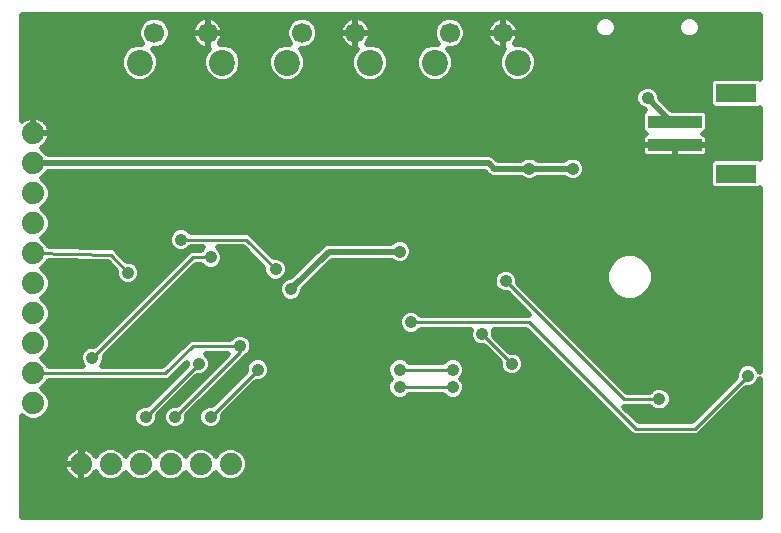
<source format=gbl>
G75*
%MOIN*%
%OFA0B0*%
%FSLAX25Y25*%
%IPPOS*%
%LPD*%
%AMOC8*
5,1,8,0,0,1.08239X$1,22.5*
%
%ADD10C,0.07400*%
%ADD11R,0.18110X0.03937*%
%ADD12R,0.13386X0.06299*%
%ADD13C,0.08661*%
%ADD14C,0.06693*%
%ADD15C,0.02000*%
%ADD16C,0.04165*%
%ADD17C,0.01000*%
D10*
X0024622Y0024622D03*
X0034622Y0024622D03*
X0044622Y0024622D03*
X0054622Y0024622D03*
X0064622Y0024622D03*
X0074622Y0024622D03*
X0008874Y0044858D03*
X0008874Y0054858D03*
X0008874Y0064858D03*
X0008874Y0074858D03*
X0008874Y0084858D03*
X0008874Y0094858D03*
X0008874Y0104858D03*
X0008874Y0114858D03*
X0008874Y0124858D03*
X0008874Y0134858D03*
D11*
X0222654Y0130921D03*
X0222654Y0138795D03*
D12*
X0243126Y0148244D03*
X0243126Y0121472D03*
D13*
X0170291Y0158480D03*
X0142732Y0158480D03*
X0121079Y0158480D03*
X0093520Y0158480D03*
X0071866Y0158480D03*
X0044307Y0158480D03*
D14*
X0049228Y0168323D03*
X0066945Y0168323D03*
X0098441Y0168323D03*
X0116157Y0168323D03*
X0147654Y0168323D03*
X0165370Y0168323D03*
D15*
X0004937Y0040734D02*
X0004937Y0006906D01*
X0251000Y0006906D01*
X0251000Y0052986D01*
X0250524Y0051837D01*
X0249376Y0050688D01*
X0247875Y0050067D01*
X0246516Y0050067D01*
X0231466Y0035017D01*
X0231466Y0035017D01*
X0230763Y0034314D01*
X0229844Y0033933D01*
X0209164Y0033933D01*
X0208245Y0034314D01*
X0207542Y0035017D01*
X0173193Y0069366D01*
X0162304Y0069366D01*
X0162563Y0068741D01*
X0162563Y0067382D01*
X0167776Y0062169D01*
X0169135Y0062169D01*
X0170635Y0061548D01*
X0171784Y0060399D01*
X0172405Y0058899D01*
X0172405Y0057275D01*
X0171784Y0055774D01*
X0170635Y0054625D01*
X0169135Y0054004D01*
X0167511Y0054004D01*
X0166010Y0054625D01*
X0164862Y0055774D01*
X0164240Y0057275D01*
X0164240Y0058634D01*
X0159027Y0063846D01*
X0157668Y0063846D01*
X0156168Y0064468D01*
X0155019Y0065616D01*
X0154398Y0067117D01*
X0154398Y0068741D01*
X0154656Y0069366D01*
X0138132Y0069366D01*
X0137171Y0068405D01*
X0135670Y0067783D01*
X0134046Y0067783D01*
X0132546Y0068405D01*
X0131397Y0069553D01*
X0130776Y0071054D01*
X0130776Y0072678D01*
X0131397Y0074179D01*
X0132546Y0075327D01*
X0134046Y0075949D01*
X0135670Y0075949D01*
X0137171Y0075327D01*
X0138132Y0074366D01*
X0174098Y0074366D01*
X0168172Y0080293D01*
X0166901Y0081563D01*
X0165542Y0081563D01*
X0164042Y0082185D01*
X0162893Y0083333D01*
X0162272Y0084834D01*
X0162272Y0086458D01*
X0162893Y0087958D01*
X0164042Y0089107D01*
X0165542Y0089728D01*
X0167166Y0089728D01*
X0168667Y0089107D01*
X0169815Y0087958D01*
X0170437Y0086458D01*
X0170437Y0085099D01*
X0171707Y0083828D01*
X0206760Y0048776D01*
X0214262Y0048776D01*
X0215223Y0049737D01*
X0216723Y0050358D01*
X0218348Y0050358D01*
X0219848Y0049737D01*
X0220997Y0048588D01*
X0221618Y0047088D01*
X0221618Y0045463D01*
X0220997Y0043963D01*
X0219848Y0042814D01*
X0218348Y0042193D01*
X0216723Y0042193D01*
X0215223Y0042814D01*
X0214262Y0043776D01*
X0205854Y0043776D01*
X0210697Y0038933D01*
X0228311Y0038933D01*
X0242980Y0053602D01*
X0242980Y0054962D01*
X0243602Y0056462D01*
X0244750Y0057611D01*
X0246251Y0058232D01*
X0247875Y0058232D01*
X0249376Y0057611D01*
X0250524Y0056462D01*
X0251000Y0055313D01*
X0251000Y0116676D01*
X0250647Y0116323D01*
X0235605Y0116323D01*
X0234433Y0117494D01*
X0234433Y0125450D01*
X0235605Y0126622D01*
X0250647Y0126622D01*
X0251000Y0126269D01*
X0251000Y0143447D01*
X0250647Y0143094D01*
X0235605Y0143094D01*
X0234433Y0144266D01*
X0234433Y0152222D01*
X0235605Y0153394D01*
X0250647Y0153394D01*
X0251000Y0153041D01*
X0251000Y0174228D01*
X0004937Y0174228D01*
X0004937Y0138982D01*
X0005161Y0139206D01*
X0005887Y0139733D01*
X0006686Y0140141D01*
X0007539Y0140418D01*
X0008425Y0140558D01*
X0008874Y0140558D01*
X0008874Y0134858D01*
X0008874Y0134858D01*
X0014574Y0134858D01*
X0014574Y0134410D01*
X0014434Y0133523D01*
X0014156Y0132670D01*
X0013749Y0131871D01*
X0013222Y0131145D01*
X0012587Y0130511D01*
X0011861Y0129983D01*
X0011653Y0129877D01*
X0012103Y0129690D01*
X0013706Y0128087D01*
X0013801Y0127858D01*
X0161203Y0127858D01*
X0162306Y0127402D01*
X0163660Y0126047D01*
X0171455Y0126047D01*
X0171916Y0126508D01*
X0173416Y0127130D01*
X0175040Y0127130D01*
X0176541Y0126508D01*
X0177002Y0126047D01*
X0185824Y0126047D01*
X0186285Y0126508D01*
X0187786Y0127130D01*
X0189410Y0127130D01*
X0190911Y0126508D01*
X0192059Y0125360D01*
X0192681Y0123859D01*
X0192681Y0122235D01*
X0192059Y0120735D01*
X0190911Y0119586D01*
X0189410Y0118965D01*
X0187786Y0118965D01*
X0186285Y0119586D01*
X0185824Y0120047D01*
X0177002Y0120047D01*
X0176541Y0119586D01*
X0175040Y0118965D01*
X0173416Y0118965D01*
X0171916Y0119586D01*
X0171455Y0120047D01*
X0161821Y0120047D01*
X0160718Y0120504D01*
X0159874Y0121348D01*
X0159364Y0121858D01*
X0013801Y0121858D01*
X0013706Y0121629D01*
X0012103Y0120026D01*
X0011698Y0119858D01*
X0012103Y0119690D01*
X0013706Y0118087D01*
X0014574Y0115992D01*
X0014574Y0113724D01*
X0013706Y0111629D01*
X0012103Y0110026D01*
X0011698Y0109858D01*
X0012103Y0109690D01*
X0013706Y0108087D01*
X0014574Y0105992D01*
X0014574Y0103724D01*
X0013706Y0101629D01*
X0012103Y0100026D01*
X0011698Y0099858D01*
X0012103Y0099690D01*
X0013706Y0098087D01*
X0014041Y0097280D01*
X0034265Y0096971D01*
X0034288Y0096980D01*
X0034762Y0096964D01*
X0035236Y0096957D01*
X0035258Y0096947D01*
X0035282Y0096946D01*
X0035714Y0096750D01*
X0036149Y0096562D01*
X0036166Y0096545D01*
X0036187Y0096535D01*
X0036512Y0096188D01*
X0036842Y0095848D01*
X0036850Y0095826D01*
X0039975Y0092484D01*
X0041182Y0092484D01*
X0042683Y0091863D01*
X0043831Y0090714D01*
X0044453Y0089214D01*
X0044453Y0087589D01*
X0043831Y0086089D01*
X0042683Y0084940D01*
X0041182Y0084319D01*
X0039558Y0084319D01*
X0038057Y0084940D01*
X0036909Y0086089D01*
X0036287Y0087589D01*
X0036287Y0089107D01*
X0033600Y0091981D01*
X0013976Y0092280D01*
X0013706Y0091629D01*
X0012103Y0090026D01*
X0011698Y0089858D01*
X0012103Y0089690D01*
X0013706Y0088087D01*
X0014574Y0085992D01*
X0014574Y0083724D01*
X0013706Y0081629D01*
X0012103Y0080026D01*
X0011698Y0079858D01*
X0012103Y0079690D01*
X0013706Y0078087D01*
X0014574Y0075992D01*
X0014574Y0073724D01*
X0013706Y0071629D01*
X0012103Y0070026D01*
X0011698Y0069858D01*
X0012103Y0069690D01*
X0013706Y0068087D01*
X0014574Y0065992D01*
X0014574Y0063724D01*
X0013706Y0061629D01*
X0012103Y0060026D01*
X0011698Y0059858D01*
X0012103Y0059690D01*
X0013706Y0058087D01*
X0014008Y0057358D01*
X0025482Y0057358D01*
X0025098Y0057742D01*
X0024476Y0059243D01*
X0024476Y0060867D01*
X0025098Y0062368D01*
X0026246Y0063516D01*
X0027747Y0064138D01*
X0029106Y0064138D01*
X0060607Y0095639D01*
X0061526Y0096020D01*
X0064655Y0096020D01*
X0065561Y0096925D01*
X0061360Y0096925D01*
X0060399Y0095964D01*
X0058899Y0095343D01*
X0057275Y0095343D01*
X0055774Y0095964D01*
X0054625Y0097113D01*
X0054004Y0098613D01*
X0054004Y0100237D01*
X0054625Y0101738D01*
X0055774Y0102886D01*
X0057275Y0103508D01*
X0058899Y0103508D01*
X0060399Y0102886D01*
X0061360Y0101925D01*
X0080237Y0101925D01*
X0081156Y0101545D01*
X0081860Y0100841D01*
X0089036Y0093665D01*
X0090395Y0093665D01*
X0091895Y0093044D01*
X0093044Y0091895D01*
X0093665Y0090395D01*
X0093665Y0088771D01*
X0093044Y0087270D01*
X0091895Y0086122D01*
X0090395Y0085500D01*
X0088771Y0085500D01*
X0087270Y0086122D01*
X0086122Y0087270D01*
X0085500Y0088771D01*
X0085500Y0090130D01*
X0078705Y0096925D01*
X0070297Y0096925D01*
X0071390Y0095832D01*
X0072012Y0094332D01*
X0072012Y0092708D01*
X0071390Y0091207D01*
X0070242Y0090059D01*
X0068741Y0089437D01*
X0067117Y0089437D01*
X0065616Y0090059D01*
X0064655Y0091020D01*
X0063059Y0091020D01*
X0032642Y0060602D01*
X0032642Y0059243D01*
X0032020Y0057742D01*
X0031636Y0057358D01*
X0051854Y0057358D01*
X0059904Y0065408D01*
X0060607Y0066112D01*
X0061526Y0066492D01*
X0074498Y0066492D01*
X0075459Y0067453D01*
X0076960Y0068075D01*
X0078584Y0068075D01*
X0080084Y0067453D01*
X0081233Y0066305D01*
X0081854Y0064804D01*
X0081854Y0063180D01*
X0081233Y0061679D01*
X0080084Y0060531D01*
X0079624Y0060340D01*
X0060201Y0040917D01*
X0060201Y0039558D01*
X0059579Y0038057D01*
X0058431Y0036909D01*
X0056930Y0036287D01*
X0055306Y0036287D01*
X0053805Y0036909D01*
X0052657Y0038057D01*
X0052035Y0039558D01*
X0052035Y0041182D01*
X0052657Y0042683D01*
X0053805Y0043831D01*
X0055306Y0044453D01*
X0056665Y0044453D01*
X0073705Y0061492D01*
X0066360Y0061492D01*
X0067453Y0060399D01*
X0068075Y0058899D01*
X0068075Y0057275D01*
X0067453Y0055774D01*
X0066305Y0054625D01*
X0064804Y0054004D01*
X0063445Y0054004D01*
X0050358Y0040917D01*
X0050358Y0039558D01*
X0049737Y0038057D01*
X0048588Y0036909D01*
X0047088Y0036287D01*
X0045463Y0036287D01*
X0043963Y0036909D01*
X0042814Y0038057D01*
X0042193Y0039558D01*
X0042193Y0041182D01*
X0042814Y0042683D01*
X0043963Y0043831D01*
X0045463Y0044453D01*
X0046823Y0044453D01*
X0059909Y0057539D01*
X0059909Y0058342D01*
X0054306Y0052739D01*
X0053387Y0052358D01*
X0014008Y0052358D01*
X0013706Y0051629D01*
X0012103Y0050026D01*
X0011698Y0049858D01*
X0012103Y0049690D01*
X0013706Y0048087D01*
X0014574Y0045992D01*
X0014574Y0043724D01*
X0013706Y0041629D01*
X0012103Y0040026D01*
X0010008Y0039158D01*
X0007740Y0039158D01*
X0005645Y0040026D01*
X0004937Y0040734D01*
X0004937Y0038972D02*
X0042436Y0038972D01*
X0042193Y0040970D02*
X0013047Y0040970D01*
X0014261Y0042969D02*
X0043100Y0042969D01*
X0047337Y0044967D02*
X0014574Y0044967D01*
X0014171Y0046966D02*
X0049336Y0046966D01*
X0051334Y0048964D02*
X0012829Y0048964D01*
X0013040Y0050963D02*
X0053333Y0050963D01*
X0054528Y0052961D02*
X0055331Y0052961D01*
X0056527Y0054960D02*
X0057330Y0054960D01*
X0058525Y0056958D02*
X0059328Y0056958D01*
X0062402Y0052961D02*
X0065174Y0052961D01*
X0066639Y0054960D02*
X0067172Y0054960D01*
X0067944Y0056958D02*
X0069171Y0056958D01*
X0068051Y0058957D02*
X0071169Y0058957D01*
X0073168Y0060955D02*
X0066897Y0060955D01*
X0059448Y0064952D02*
X0036992Y0064952D01*
X0034993Y0062954D02*
X0057450Y0062954D01*
X0055451Y0060955D02*
X0032995Y0060955D01*
X0032523Y0058957D02*
X0053453Y0058957D01*
X0060404Y0050963D02*
X0063175Y0050963D01*
X0061177Y0048964D02*
X0058405Y0048964D01*
X0059178Y0046966D02*
X0056407Y0046966D01*
X0057180Y0044967D02*
X0054408Y0044967D01*
X0052943Y0042969D02*
X0052410Y0042969D01*
X0052035Y0040970D02*
X0050411Y0040970D01*
X0050115Y0038972D02*
X0052278Y0038972D01*
X0053741Y0036973D02*
X0048652Y0036973D01*
X0043899Y0036973D02*
X0004937Y0036973D01*
X0004937Y0034975D02*
X0207584Y0034975D01*
X0205586Y0036973D02*
X0070306Y0036973D01*
X0070242Y0036909D02*
X0071390Y0038057D01*
X0072012Y0039558D01*
X0072012Y0040917D01*
X0083130Y0052035D01*
X0084489Y0052035D01*
X0085990Y0052657D01*
X0087138Y0053805D01*
X0087760Y0055306D01*
X0087760Y0056930D01*
X0087138Y0058431D01*
X0085990Y0059579D01*
X0084489Y0060201D01*
X0082865Y0060201D01*
X0081365Y0059579D01*
X0080216Y0058431D01*
X0079594Y0056930D01*
X0079594Y0055571D01*
X0068476Y0044453D01*
X0067117Y0044453D01*
X0065616Y0043831D01*
X0064468Y0042683D01*
X0063846Y0041182D01*
X0063846Y0039558D01*
X0064468Y0038057D01*
X0065616Y0036909D01*
X0067117Y0036287D01*
X0068741Y0036287D01*
X0070242Y0036909D01*
X0071769Y0038972D02*
X0203587Y0038972D01*
X0201589Y0040970D02*
X0072065Y0040970D01*
X0074063Y0042969D02*
X0199590Y0042969D01*
X0197592Y0044967D02*
X0076062Y0044967D01*
X0078060Y0046966D02*
X0128394Y0046966D01*
X0128609Y0046751D02*
X0130109Y0046130D01*
X0131733Y0046130D01*
X0133234Y0046751D01*
X0134195Y0047713D01*
X0145364Y0047713D01*
X0146325Y0046751D01*
X0147826Y0046130D01*
X0149450Y0046130D01*
X0150950Y0046751D01*
X0152099Y0047900D01*
X0152720Y0049400D01*
X0152720Y0051025D01*
X0152099Y0052525D01*
X0151459Y0053165D01*
X0152099Y0053805D01*
X0152720Y0055306D01*
X0152720Y0056930D01*
X0152099Y0058431D01*
X0150950Y0059579D01*
X0149450Y0060201D01*
X0147826Y0060201D01*
X0146325Y0059579D01*
X0145364Y0058618D01*
X0134195Y0058618D01*
X0133234Y0059579D01*
X0131733Y0060201D01*
X0130109Y0060201D01*
X0128609Y0059579D01*
X0127460Y0058431D01*
X0126839Y0056930D01*
X0126839Y0055306D01*
X0127460Y0053805D01*
X0128100Y0053165D01*
X0127460Y0052525D01*
X0126839Y0051025D01*
X0126839Y0049400D01*
X0127460Y0047900D01*
X0128609Y0046751D01*
X0127019Y0048964D02*
X0080059Y0048964D01*
X0082057Y0050963D02*
X0126839Y0050963D01*
X0127896Y0052961D02*
X0086294Y0052961D01*
X0087616Y0054960D02*
X0126982Y0054960D01*
X0126850Y0056958D02*
X0087748Y0056958D01*
X0086612Y0058957D02*
X0127986Y0058957D01*
X0133856Y0058957D02*
X0145703Y0058957D01*
X0151573Y0058957D02*
X0163917Y0058957D01*
X0164371Y0056958D02*
X0152709Y0056958D01*
X0152577Y0054960D02*
X0165676Y0054960D01*
X0170970Y0054960D02*
X0187599Y0054960D01*
X0185601Y0056958D02*
X0172275Y0056958D01*
X0172381Y0058957D02*
X0183602Y0058957D01*
X0181604Y0060955D02*
X0171228Y0060955D01*
X0166991Y0062954D02*
X0179605Y0062954D01*
X0177607Y0064952D02*
X0164993Y0064952D01*
X0162994Y0066951D02*
X0175608Y0066951D01*
X0173610Y0068949D02*
X0162477Y0068949D01*
X0155683Y0064952D02*
X0081793Y0064952D01*
X0081761Y0062954D02*
X0159920Y0062954D01*
X0161919Y0060955D02*
X0080509Y0060955D01*
X0080742Y0058957D02*
X0078240Y0058957D01*
X0079606Y0056958D02*
X0076242Y0056958D01*
X0074243Y0054960D02*
X0078983Y0054960D01*
X0076985Y0052961D02*
X0072245Y0052961D01*
X0070246Y0050963D02*
X0074986Y0050963D01*
X0072988Y0048964D02*
X0068248Y0048964D01*
X0066249Y0046966D02*
X0070989Y0046966D01*
X0068991Y0044967D02*
X0064251Y0044967D01*
X0064754Y0042969D02*
X0062252Y0042969D01*
X0063846Y0040970D02*
X0060254Y0040970D01*
X0059958Y0038972D02*
X0064089Y0038972D01*
X0065552Y0036973D02*
X0058495Y0036973D01*
X0055756Y0030322D02*
X0053488Y0030322D01*
X0051393Y0029454D01*
X0049790Y0027851D01*
X0049622Y0027446D01*
X0049454Y0027851D01*
X0047851Y0029454D01*
X0045756Y0030322D01*
X0043488Y0030322D01*
X0041393Y0029454D01*
X0039790Y0027851D01*
X0039622Y0027446D01*
X0039454Y0027851D01*
X0037851Y0029454D01*
X0035756Y0030322D01*
X0033488Y0030322D01*
X0031393Y0029454D01*
X0029790Y0027851D01*
X0029603Y0027401D01*
X0029497Y0027609D01*
X0028970Y0028335D01*
X0028335Y0028970D01*
X0027609Y0029497D01*
X0026810Y0029904D01*
X0025957Y0030182D01*
X0025071Y0030322D01*
X0024622Y0030322D01*
X0024173Y0030322D01*
X0023287Y0030182D01*
X0022434Y0029904D01*
X0021635Y0029497D01*
X0020909Y0028970D01*
X0020274Y0028335D01*
X0019747Y0027609D01*
X0019340Y0026810D01*
X0019062Y0025957D01*
X0018922Y0025071D01*
X0018922Y0024622D01*
X0018922Y0024173D01*
X0019062Y0023287D01*
X0019340Y0022434D01*
X0019747Y0021635D01*
X0020274Y0020909D01*
X0020909Y0020274D01*
X0021635Y0019747D01*
X0022434Y0019340D01*
X0023287Y0019062D01*
X0024173Y0018922D01*
X0024622Y0018922D01*
X0024622Y0024622D01*
X0024622Y0028559D01*
X0030528Y0034465D01*
X0083677Y0034465D01*
X0078326Y0028979D02*
X0251000Y0028979D01*
X0251000Y0026981D02*
X0079815Y0026981D01*
X0079454Y0027851D02*
X0077851Y0029454D01*
X0075756Y0030322D01*
X0073488Y0030322D01*
X0071393Y0029454D01*
X0069790Y0027851D01*
X0069622Y0027446D01*
X0069454Y0027851D01*
X0067851Y0029454D01*
X0065756Y0030322D01*
X0063488Y0030322D01*
X0061393Y0029454D01*
X0059790Y0027851D01*
X0059622Y0027446D01*
X0059454Y0027851D01*
X0057851Y0029454D01*
X0055756Y0030322D01*
X0058326Y0028979D02*
X0060918Y0028979D01*
X0068326Y0028979D02*
X0070918Y0028979D01*
X0079454Y0027851D02*
X0080322Y0025756D01*
X0080322Y0023488D01*
X0079454Y0021393D01*
X0077851Y0019790D01*
X0075756Y0018922D01*
X0073488Y0018922D01*
X0071393Y0019790D01*
X0069790Y0021393D01*
X0069622Y0021798D01*
X0069454Y0021393D01*
X0067851Y0019790D01*
X0065756Y0018922D01*
X0063488Y0018922D01*
X0061393Y0019790D01*
X0059790Y0021393D01*
X0059622Y0021798D01*
X0059454Y0021393D01*
X0057851Y0019790D01*
X0055756Y0018922D01*
X0053488Y0018922D01*
X0051393Y0019790D01*
X0049790Y0021393D01*
X0049622Y0021798D01*
X0049454Y0021393D01*
X0047851Y0019790D01*
X0045756Y0018922D01*
X0043488Y0018922D01*
X0041393Y0019790D01*
X0039790Y0021393D01*
X0039622Y0021798D01*
X0039454Y0021393D01*
X0037851Y0019790D01*
X0035756Y0018922D01*
X0033488Y0018922D01*
X0031393Y0019790D01*
X0029790Y0021393D01*
X0029603Y0021843D01*
X0029497Y0021635D01*
X0028970Y0020909D01*
X0028335Y0020274D01*
X0027609Y0019747D01*
X0026810Y0019340D01*
X0025957Y0019062D01*
X0025071Y0018922D01*
X0024622Y0018922D01*
X0024622Y0024622D01*
X0018922Y0024622D01*
X0024622Y0024622D01*
X0024622Y0024622D01*
X0024622Y0024622D01*
X0024622Y0030322D01*
X0024622Y0024622D01*
X0024622Y0024622D01*
X0024622Y0024982D02*
X0024622Y0024982D01*
X0024622Y0022984D02*
X0024622Y0022984D01*
X0024622Y0020985D02*
X0024622Y0020985D01*
X0024622Y0018987D02*
X0024622Y0018987D01*
X0023766Y0018987D02*
X0004937Y0018987D01*
X0004937Y0020985D02*
X0020219Y0020985D01*
X0019161Y0022984D02*
X0004937Y0022984D01*
X0004937Y0024982D02*
X0018922Y0024982D01*
X0019427Y0026981D02*
X0004937Y0026981D01*
X0004937Y0028979D02*
X0020922Y0028979D01*
X0024622Y0028979D02*
X0024622Y0028979D01*
X0024622Y0026981D02*
X0024622Y0026981D01*
X0028322Y0028979D02*
X0030918Y0028979D01*
X0038326Y0028979D02*
X0040918Y0028979D01*
X0048326Y0028979D02*
X0050918Y0028979D01*
X0050198Y0020985D02*
X0049046Y0020985D01*
X0045912Y0018987D02*
X0053332Y0018987D01*
X0055912Y0018987D02*
X0063332Y0018987D01*
X0065912Y0018987D02*
X0073332Y0018987D01*
X0075912Y0018987D02*
X0251000Y0018987D01*
X0251000Y0020985D02*
X0079046Y0020985D01*
X0080113Y0022984D02*
X0251000Y0022984D01*
X0251000Y0024982D02*
X0080322Y0024982D01*
X0070198Y0020985D02*
X0069046Y0020985D01*
X0060198Y0020985D02*
X0059046Y0020985D01*
X0043332Y0018987D02*
X0035912Y0018987D01*
X0033332Y0018987D02*
X0025478Y0018987D01*
X0029025Y0020985D02*
X0030198Y0020985D01*
X0039046Y0020985D02*
X0040198Y0020985D01*
X0004937Y0016988D02*
X0251000Y0016988D01*
X0251000Y0014990D02*
X0004937Y0014990D01*
X0004937Y0012991D02*
X0251000Y0012991D01*
X0251000Y0010993D02*
X0004937Y0010993D01*
X0004937Y0008994D02*
X0251000Y0008994D01*
X0251000Y0006996D02*
X0004937Y0006996D01*
X0004937Y0030978D02*
X0251000Y0030978D01*
X0251000Y0032976D02*
X0004937Y0032976D01*
X0012836Y0058957D02*
X0024595Y0058957D01*
X0024513Y0060955D02*
X0013032Y0060955D01*
X0014255Y0062954D02*
X0025684Y0062954D01*
X0029921Y0064952D02*
X0014574Y0064952D01*
X0014177Y0066951D02*
X0031919Y0066951D01*
X0033918Y0068949D02*
X0012844Y0068949D01*
X0013025Y0070948D02*
X0035916Y0070948D01*
X0037915Y0072946D02*
X0014252Y0072946D01*
X0014574Y0074945D02*
X0039913Y0074945D01*
X0041912Y0076943D02*
X0014180Y0076943D01*
X0012851Y0078942D02*
X0043910Y0078942D01*
X0045909Y0080940D02*
X0013017Y0080940D01*
X0014249Y0082939D02*
X0047907Y0082939D01*
X0049906Y0084937D02*
X0042676Y0084937D01*
X0044182Y0086936D02*
X0051904Y0086936D01*
X0053903Y0088934D02*
X0044453Y0088934D01*
X0043612Y0090933D02*
X0055901Y0090933D01*
X0057900Y0092932D02*
X0039557Y0092932D01*
X0037688Y0094930D02*
X0059898Y0094930D01*
X0062972Y0090933D02*
X0064742Y0090933D01*
X0060974Y0088934D02*
X0085500Y0088934D01*
X0084697Y0090933D02*
X0071116Y0090933D01*
X0072012Y0092932D02*
X0082698Y0092932D01*
X0080700Y0094930D02*
X0071764Y0094930D01*
X0081775Y0100926D02*
X0251000Y0100926D01*
X0251000Y0102924D02*
X0060308Y0102924D01*
X0055865Y0102924D02*
X0014242Y0102924D01*
X0014574Y0104923D02*
X0251000Y0104923D01*
X0251000Y0106921D02*
X0014189Y0106921D01*
X0012874Y0108920D02*
X0251000Y0108920D01*
X0251000Y0110918D02*
X0012995Y0110918D01*
X0014239Y0112917D02*
X0251000Y0112917D01*
X0251000Y0114915D02*
X0014574Y0114915D01*
X0014192Y0116914D02*
X0235014Y0116914D01*
X0234433Y0118912D02*
X0012881Y0118912D01*
X0012987Y0120911D02*
X0160311Y0120911D01*
X0162417Y0123047D02*
X0174228Y0123047D01*
X0188598Y0123047D01*
X0192681Y0122909D02*
X0234433Y0122909D01*
X0234433Y0120911D02*
X0192132Y0120911D01*
X0192246Y0124908D02*
X0234433Y0124908D01*
X0232937Y0127352D02*
X0233309Y0127725D01*
X0233572Y0128181D01*
X0233709Y0128689D01*
X0233709Y0130921D01*
X0222654Y0130921D01*
X0222654Y0130921D01*
X0222654Y0126953D01*
X0231972Y0126953D01*
X0232481Y0127089D01*
X0232937Y0127352D01*
X0233709Y0128905D02*
X0251000Y0128905D01*
X0251000Y0130903D02*
X0233709Y0130903D01*
X0233709Y0130921D02*
X0233709Y0133153D01*
X0233572Y0133662D01*
X0233309Y0134118D01*
X0232937Y0134490D01*
X0232481Y0134753D01*
X0232207Y0134827D01*
X0232537Y0134827D01*
X0233709Y0135998D01*
X0233709Y0141592D01*
X0232537Y0142764D01*
X0221747Y0142764D01*
X0217681Y0146829D01*
X0217681Y0147481D01*
X0217060Y0148982D01*
X0215911Y0150130D01*
X0214411Y0150752D01*
X0212786Y0150752D01*
X0211286Y0150130D01*
X0210137Y0148982D01*
X0209516Y0147481D01*
X0209516Y0145857D01*
X0210137Y0144357D01*
X0211286Y0143208D01*
X0212650Y0142643D01*
X0211598Y0141592D01*
X0211598Y0135998D01*
X0212770Y0134827D01*
X0213100Y0134827D01*
X0212826Y0134753D01*
X0212370Y0134490D01*
X0211998Y0134118D01*
X0211735Y0133662D01*
X0211598Y0133153D01*
X0211598Y0130921D01*
X0211598Y0128689D01*
X0211735Y0128181D01*
X0211998Y0127725D01*
X0212370Y0127352D01*
X0212826Y0127089D01*
X0213335Y0126953D01*
X0222653Y0126953D01*
X0222653Y0130921D01*
X0211598Y0130921D01*
X0222653Y0130921D01*
X0222653Y0130921D01*
X0222654Y0130921D01*
X0233709Y0130921D01*
X0233709Y0132902D02*
X0251000Y0132902D01*
X0251000Y0134900D02*
X0232611Y0134900D01*
X0233709Y0136899D02*
X0251000Y0136899D01*
X0251000Y0138897D02*
X0233709Y0138897D01*
X0233709Y0140896D02*
X0251000Y0140896D01*
X0251000Y0142894D02*
X0221616Y0142894D01*
X0219618Y0144893D02*
X0234433Y0144893D01*
X0234433Y0146891D02*
X0217681Y0146891D01*
X0217098Y0148890D02*
X0234433Y0148890D01*
X0234433Y0150888D02*
X0004937Y0150888D01*
X0004937Y0148890D02*
X0210099Y0148890D01*
X0209516Y0146891D02*
X0004937Y0146891D01*
X0004937Y0144893D02*
X0209915Y0144893D01*
X0212043Y0142894D02*
X0004937Y0142894D01*
X0004937Y0140896D02*
X0211598Y0140896D01*
X0211598Y0138897D02*
X0012896Y0138897D01*
X0012587Y0139206D02*
X0013222Y0138572D01*
X0013749Y0137846D01*
X0014156Y0137046D01*
X0014434Y0136193D01*
X0014574Y0135307D01*
X0014574Y0134858D01*
X0008874Y0134858D01*
X0008874Y0140558D01*
X0009323Y0140558D01*
X0010209Y0140418D01*
X0011062Y0140141D01*
X0011861Y0139733D01*
X0012587Y0139206D01*
X0014204Y0136899D02*
X0211598Y0136899D01*
X0212697Y0134900D02*
X0014574Y0134900D01*
X0014232Y0132902D02*
X0211598Y0132902D01*
X0211598Y0130903D02*
X0012980Y0130903D01*
X0012889Y0128905D02*
X0211598Y0128905D01*
X0207693Y0130921D02*
X0222654Y0130921D01*
X0222653Y0130903D02*
X0222654Y0130903D01*
X0222653Y0128905D02*
X0222654Y0128905D01*
X0222654Y0138795D02*
X0221472Y0138795D01*
X0213598Y0146669D01*
X0235098Y0152887D02*
X0173330Y0152887D01*
X0173877Y0153113D02*
X0175658Y0154894D01*
X0176622Y0157221D01*
X0176622Y0159740D01*
X0175658Y0162066D01*
X0173877Y0163847D01*
X0171551Y0164811D01*
X0169419Y0164811D01*
X0169448Y0164840D01*
X0169943Y0165521D01*
X0170325Y0166270D01*
X0170585Y0167071D01*
X0170717Y0167902D01*
X0170717Y0168323D01*
X0170717Y0168744D01*
X0170585Y0169575D01*
X0170325Y0170375D01*
X0169943Y0171125D01*
X0169448Y0171806D01*
X0168853Y0172401D01*
X0168172Y0172896D01*
X0167422Y0173278D01*
X0166622Y0173538D01*
X0165791Y0173669D01*
X0165370Y0173669D01*
X0164949Y0173669D01*
X0164118Y0173538D01*
X0163318Y0173278D01*
X0162568Y0172896D01*
X0161887Y0172401D01*
X0161292Y0171806D01*
X0160797Y0171125D01*
X0160415Y0170375D01*
X0160155Y0169575D01*
X0160024Y0168744D01*
X0160024Y0168323D01*
X0165370Y0168323D01*
X0165370Y0173669D01*
X0165370Y0168323D01*
X0165370Y0168323D01*
X0165370Y0168323D01*
X0170717Y0168323D01*
X0165370Y0168323D01*
X0165370Y0168323D01*
X0160024Y0168323D01*
X0160024Y0167902D01*
X0160155Y0167071D01*
X0160415Y0166270D01*
X0160797Y0165521D01*
X0161292Y0164840D01*
X0161887Y0164245D01*
X0162568Y0163750D01*
X0163318Y0163368D01*
X0164118Y0163108D01*
X0164949Y0162976D01*
X0165370Y0162976D01*
X0165370Y0168323D01*
X0165370Y0168323D01*
X0165370Y0162976D01*
X0165791Y0162976D01*
X0165843Y0162985D01*
X0164924Y0162066D01*
X0163961Y0159740D01*
X0163961Y0157221D01*
X0164924Y0154894D01*
X0166705Y0153113D01*
X0169032Y0152150D01*
X0171551Y0152150D01*
X0173877Y0153113D01*
X0175649Y0154885D02*
X0251000Y0154885D01*
X0251000Y0156884D02*
X0176482Y0156884D01*
X0176622Y0158882D02*
X0251000Y0158882D01*
X0251000Y0160881D02*
X0176149Y0160881D01*
X0174845Y0162879D02*
X0251000Y0162879D01*
X0251000Y0164878D02*
X0169476Y0164878D01*
X0170522Y0166876D02*
X0198011Y0166876D01*
X0197486Y0167094D02*
X0198872Y0166520D01*
X0200372Y0166520D01*
X0201759Y0167094D01*
X0202819Y0168155D01*
X0203394Y0169541D01*
X0203394Y0171042D01*
X0202819Y0172428D01*
X0201759Y0173489D01*
X0200372Y0174063D01*
X0198872Y0174063D01*
X0197486Y0173489D01*
X0196425Y0172428D01*
X0195850Y0171042D01*
X0195850Y0169541D01*
X0196425Y0168155D01*
X0197486Y0167094D01*
X0196126Y0168875D02*
X0170696Y0168875D01*
X0170071Y0170873D02*
X0195850Y0170873D01*
X0196869Y0172872D02*
X0168205Y0172872D01*
X0165370Y0172872D02*
X0165370Y0172872D01*
X0165370Y0170873D02*
X0165370Y0170873D01*
X0165370Y0168875D02*
X0165370Y0168875D01*
X0165370Y0166876D02*
X0165370Y0166876D01*
X0165370Y0164878D02*
X0165370Y0164878D01*
X0165737Y0162879D02*
X0147286Y0162879D01*
X0147189Y0162976D02*
X0148717Y0162976D01*
X0150682Y0163790D01*
X0152186Y0165294D01*
X0153000Y0167259D01*
X0153000Y0169386D01*
X0152186Y0171351D01*
X0150682Y0172855D01*
X0148717Y0173669D01*
X0146590Y0173669D01*
X0144625Y0172855D01*
X0143121Y0171351D01*
X0142307Y0169386D01*
X0142307Y0167259D01*
X0143121Y0165294D01*
X0143604Y0164811D01*
X0141473Y0164811D01*
X0139146Y0163847D01*
X0137365Y0162066D01*
X0136402Y0159740D01*
X0136402Y0157221D01*
X0137365Y0154894D01*
X0139146Y0153113D01*
X0141473Y0152150D01*
X0143992Y0152150D01*
X0146318Y0153113D01*
X0148099Y0154894D01*
X0149063Y0157221D01*
X0149063Y0159740D01*
X0148099Y0162066D01*
X0147189Y0162976D01*
X0148590Y0160881D02*
X0164433Y0160881D01*
X0163961Y0158882D02*
X0149063Y0158882D01*
X0148923Y0156884D02*
X0164100Y0156884D01*
X0164933Y0154885D02*
X0148090Y0154885D01*
X0145771Y0152887D02*
X0167252Y0152887D01*
X0161264Y0164878D02*
X0151770Y0164878D01*
X0152841Y0166876D02*
X0160218Y0166876D01*
X0160044Y0168875D02*
X0153000Y0168875D01*
X0152384Y0170873D02*
X0160669Y0170873D01*
X0162536Y0172872D02*
X0150642Y0172872D01*
X0144665Y0172872D02*
X0118992Y0172872D01*
X0118960Y0172896D02*
X0118210Y0173278D01*
X0117409Y0173538D01*
X0116578Y0173669D01*
X0116158Y0173669D01*
X0116158Y0168323D01*
X0121504Y0168323D01*
X0121504Y0168744D01*
X0121372Y0169575D01*
X0121112Y0170375D01*
X0120730Y0171125D01*
X0120236Y0171806D01*
X0119640Y0172401D01*
X0118960Y0172896D01*
X0120858Y0170873D02*
X0142923Y0170873D01*
X0142307Y0168875D02*
X0121483Y0168875D01*
X0121504Y0168323D02*
X0116158Y0168323D01*
X0116158Y0168323D01*
X0116157Y0168323D01*
X0116157Y0168323D01*
X0110811Y0168323D01*
X0110811Y0168744D01*
X0110943Y0169575D01*
X0111203Y0170375D01*
X0111585Y0171125D01*
X0112079Y0171806D01*
X0112674Y0172401D01*
X0113355Y0172896D01*
X0114105Y0173278D01*
X0114906Y0173538D01*
X0115737Y0173669D01*
X0116157Y0173669D01*
X0116157Y0168323D01*
X0110811Y0168323D01*
X0110811Y0167902D01*
X0110943Y0167071D01*
X0111203Y0166270D01*
X0111585Y0165521D01*
X0112079Y0164840D01*
X0112674Y0164245D01*
X0113355Y0163750D01*
X0114105Y0163368D01*
X0114906Y0163108D01*
X0115737Y0162976D01*
X0116157Y0162976D01*
X0116157Y0168323D01*
X0116158Y0168323D01*
X0116157Y0168323D02*
X0116157Y0167339D01*
X0116157Y0166876D02*
X0116158Y0166876D01*
X0116158Y0168323D02*
X0116158Y0162976D01*
X0116578Y0162976D01*
X0116630Y0162985D01*
X0115712Y0162066D01*
X0114748Y0159740D01*
X0114748Y0157221D01*
X0115712Y0154894D01*
X0117493Y0153113D01*
X0119819Y0152150D01*
X0122338Y0152150D01*
X0124665Y0153113D01*
X0126446Y0154894D01*
X0127409Y0157221D01*
X0127409Y0159740D01*
X0126446Y0162066D01*
X0124665Y0163847D01*
X0122338Y0164811D01*
X0120207Y0164811D01*
X0120236Y0164840D01*
X0120730Y0165521D01*
X0121112Y0166270D01*
X0121372Y0167071D01*
X0121504Y0167902D01*
X0121504Y0168323D01*
X0121309Y0166876D02*
X0142466Y0166876D01*
X0143537Y0164878D02*
X0120263Y0164878D01*
X0116158Y0164878D02*
X0116157Y0164878D01*
X0116525Y0162879D02*
X0098074Y0162879D01*
X0097977Y0162976D02*
X0099504Y0162976D01*
X0101469Y0163790D01*
X0102973Y0165294D01*
X0103787Y0167259D01*
X0103787Y0169386D01*
X0102973Y0171351D01*
X0101469Y0172855D01*
X0099504Y0173669D01*
X0097377Y0173669D01*
X0095412Y0172855D01*
X0093908Y0171351D01*
X0093094Y0169386D01*
X0093094Y0167259D01*
X0093908Y0165294D01*
X0094392Y0164811D01*
X0092260Y0164811D01*
X0089934Y0163847D01*
X0088153Y0162066D01*
X0087189Y0159740D01*
X0087189Y0157221D01*
X0088153Y0154894D01*
X0089934Y0153113D01*
X0092260Y0152150D01*
X0094779Y0152150D01*
X0097106Y0153113D01*
X0098887Y0154894D01*
X0099850Y0157221D01*
X0099850Y0159740D01*
X0098887Y0162066D01*
X0097977Y0162976D01*
X0099378Y0160881D02*
X0115221Y0160881D01*
X0114748Y0158882D02*
X0099850Y0158882D01*
X0099711Y0156884D02*
X0114888Y0156884D01*
X0115721Y0154885D02*
X0098878Y0154885D01*
X0096559Y0152887D02*
X0118040Y0152887D01*
X0124118Y0152887D02*
X0139693Y0152887D01*
X0137374Y0154885D02*
X0126437Y0154885D01*
X0127270Y0156884D02*
X0136541Y0156884D01*
X0136402Y0158882D02*
X0127409Y0158882D01*
X0126937Y0160881D02*
X0136874Y0160881D01*
X0138178Y0162879D02*
X0125633Y0162879D01*
X0116158Y0168875D02*
X0116157Y0168875D01*
X0116157Y0170873D02*
X0116158Y0170873D01*
X0116157Y0172872D02*
X0116158Y0172872D01*
X0113323Y0172872D02*
X0101429Y0172872D01*
X0103171Y0170873D02*
X0111457Y0170873D01*
X0110832Y0168875D02*
X0103787Y0168875D01*
X0103629Y0166876D02*
X0111006Y0166876D01*
X0112052Y0164878D02*
X0102557Y0164878D01*
X0109268Y0160449D02*
X0109268Y0140764D01*
X0099425Y0130921D01*
X0099425Y0132890D01*
X0083677Y0148638D01*
X0090481Y0152887D02*
X0074905Y0152887D01*
X0075452Y0153113D02*
X0077233Y0154894D01*
X0078197Y0157221D01*
X0078197Y0159740D01*
X0077233Y0162066D01*
X0075452Y0163847D01*
X0073125Y0164811D01*
X0070994Y0164811D01*
X0071023Y0164840D01*
X0071518Y0165521D01*
X0071900Y0166270D01*
X0072160Y0167071D01*
X0072291Y0167902D01*
X0072291Y0168323D01*
X0072291Y0168744D01*
X0072160Y0169575D01*
X0071900Y0170375D01*
X0071518Y0171125D01*
X0071023Y0171806D01*
X0070428Y0172401D01*
X0069747Y0172896D01*
X0068997Y0173278D01*
X0068197Y0173538D01*
X0067366Y0173669D01*
X0066945Y0173669D01*
X0066945Y0168323D01*
X0066945Y0168323D01*
X0072291Y0168323D01*
X0066945Y0168323D01*
X0066945Y0168323D01*
X0066945Y0173669D01*
X0066524Y0173669D01*
X0065693Y0173538D01*
X0064893Y0173278D01*
X0064143Y0172896D01*
X0063462Y0172401D01*
X0062867Y0171806D01*
X0062372Y0171125D01*
X0061990Y0170375D01*
X0061730Y0169575D01*
X0061598Y0168744D01*
X0061598Y0168323D01*
X0066945Y0168323D01*
X0066945Y0168323D01*
X0066945Y0162976D01*
X0067366Y0162976D01*
X0067417Y0162985D01*
X0066499Y0162066D01*
X0065535Y0159740D01*
X0065535Y0157221D01*
X0066499Y0154894D01*
X0068280Y0153113D01*
X0070607Y0152150D01*
X0073125Y0152150D01*
X0075452Y0153113D01*
X0077224Y0154885D02*
X0088162Y0154885D01*
X0087329Y0156884D02*
X0078057Y0156884D01*
X0078197Y0158882D02*
X0087189Y0158882D01*
X0087662Y0160881D02*
X0077724Y0160881D01*
X0076420Y0162879D02*
X0088966Y0162879D01*
X0094325Y0164878D02*
X0071051Y0164878D01*
X0072097Y0166876D02*
X0093253Y0166876D01*
X0093094Y0168875D02*
X0072271Y0168875D01*
X0071646Y0170873D02*
X0093710Y0170873D01*
X0095453Y0172872D02*
X0069779Y0172872D01*
X0066945Y0172872D02*
X0066945Y0172872D01*
X0066945Y0170873D02*
X0066945Y0170873D01*
X0066945Y0168875D02*
X0066945Y0168875D01*
X0066945Y0168323D02*
X0061598Y0168323D01*
X0061598Y0167902D01*
X0061730Y0167071D01*
X0061990Y0166270D01*
X0062372Y0165521D01*
X0062867Y0164840D01*
X0063462Y0164245D01*
X0064143Y0163750D01*
X0064893Y0163368D01*
X0065693Y0163108D01*
X0066524Y0162976D01*
X0066945Y0162976D01*
X0066945Y0168323D01*
X0066945Y0168323D01*
X0066945Y0166876D02*
X0066945Y0166876D01*
X0066945Y0164878D02*
X0066945Y0164878D01*
X0067312Y0162879D02*
X0048861Y0162879D01*
X0048764Y0162976D02*
X0050292Y0162976D01*
X0052257Y0163790D01*
X0053761Y0165294D01*
X0054575Y0167259D01*
X0054575Y0169386D01*
X0053761Y0171351D01*
X0052257Y0172855D01*
X0050292Y0173669D01*
X0048165Y0173669D01*
X0046200Y0172855D01*
X0044696Y0171351D01*
X0043882Y0169386D01*
X0043882Y0167259D01*
X0044696Y0165294D01*
X0045179Y0164811D01*
X0043048Y0164811D01*
X0040721Y0163847D01*
X0038940Y0162066D01*
X0037976Y0159740D01*
X0037976Y0157221D01*
X0038940Y0154894D01*
X0040721Y0153113D01*
X0043048Y0152150D01*
X0045566Y0152150D01*
X0047893Y0153113D01*
X0049674Y0154894D01*
X0050638Y0157221D01*
X0050638Y0159740D01*
X0049674Y0162066D01*
X0048764Y0162976D01*
X0050165Y0160881D02*
X0066008Y0160881D01*
X0065535Y0158882D02*
X0050638Y0158882D01*
X0050498Y0156884D02*
X0065675Y0156884D01*
X0066508Y0154885D02*
X0049665Y0154885D01*
X0047346Y0152887D02*
X0068827Y0152887D01*
X0062839Y0164878D02*
X0053344Y0164878D01*
X0054416Y0166876D02*
X0061793Y0166876D01*
X0061619Y0168875D02*
X0054575Y0168875D01*
X0053959Y0170873D02*
X0062244Y0170873D01*
X0064110Y0172872D02*
X0052217Y0172872D01*
X0046240Y0172872D02*
X0004937Y0172872D01*
X0004937Y0170873D02*
X0044498Y0170873D01*
X0043882Y0168875D02*
X0004937Y0168875D01*
X0004937Y0166876D02*
X0044040Y0166876D01*
X0045112Y0164878D02*
X0004937Y0164878D01*
X0004937Y0162879D02*
X0039753Y0162879D01*
X0038449Y0160881D02*
X0004937Y0160881D01*
X0004937Y0158882D02*
X0037976Y0158882D01*
X0038116Y0156884D02*
X0004937Y0156884D01*
X0004937Y0154885D02*
X0038949Y0154885D01*
X0041268Y0152887D02*
X0004937Y0152887D01*
X0008874Y0138897D02*
X0008874Y0138897D01*
X0008874Y0136899D02*
X0008874Y0136899D01*
X0008874Y0134900D02*
X0008874Y0134900D01*
X0008874Y0134858D02*
X0008874Y0134858D01*
X0008874Y0124858D02*
X0160606Y0124858D01*
X0162417Y0123047D01*
X0162801Y0126906D02*
X0172876Y0126906D01*
X0175580Y0126906D02*
X0187246Y0126906D01*
X0189950Y0126906D02*
X0251000Y0126906D01*
X0251000Y0098927D02*
X0133256Y0098927D01*
X0133234Y0098949D02*
X0131733Y0099571D01*
X0130109Y0099571D01*
X0128609Y0098949D01*
X0128147Y0098488D01*
X0106702Y0098488D01*
X0105600Y0098031D01*
X0094541Y0086972D01*
X0093889Y0086972D01*
X0092388Y0086351D01*
X0091240Y0085202D01*
X0090618Y0083702D01*
X0090618Y0082078D01*
X0091240Y0080577D01*
X0092388Y0079429D01*
X0093889Y0078807D01*
X0095513Y0078807D01*
X0097013Y0079429D01*
X0098162Y0080577D01*
X0098783Y0082078D01*
X0098783Y0082730D01*
X0108542Y0092488D01*
X0128147Y0092488D01*
X0128609Y0092027D01*
X0130109Y0091406D01*
X0131733Y0091406D01*
X0133234Y0092027D01*
X0134382Y0093176D01*
X0135004Y0094676D01*
X0135004Y0096300D01*
X0134382Y0097801D01*
X0133234Y0098949D01*
X0134744Y0096929D02*
X0251000Y0096929D01*
X0251000Y0094930D02*
X0135004Y0094930D01*
X0134138Y0092932D02*
X0202421Y0092932D01*
X0203215Y0093726D02*
X0200991Y0091502D01*
X0199787Y0088596D01*
X0199787Y0085451D01*
X0200991Y0082546D01*
X0203215Y0080322D01*
X0206120Y0079118D01*
X0209265Y0079118D01*
X0212171Y0080322D01*
X0214395Y0082546D01*
X0215598Y0085451D01*
X0215598Y0088596D01*
X0214395Y0091502D01*
X0212171Y0093726D01*
X0209265Y0094929D01*
X0206120Y0094929D01*
X0203215Y0093726D01*
X0200755Y0090933D02*
X0106987Y0090933D01*
X0104988Y0088934D02*
X0163869Y0088934D01*
X0162470Y0086936D02*
X0102990Y0086936D01*
X0100991Y0084937D02*
X0162272Y0084937D01*
X0163287Y0082939D02*
X0098993Y0082939D01*
X0098312Y0080940D02*
X0167524Y0080940D01*
X0169523Y0078942D02*
X0095838Y0078942D01*
X0093563Y0078942D02*
X0050981Y0078942D01*
X0048983Y0076943D02*
X0171521Y0076943D01*
X0173520Y0074945D02*
X0137553Y0074945D01*
X0132163Y0074945D02*
X0046984Y0074945D01*
X0044986Y0072946D02*
X0130887Y0072946D01*
X0130820Y0070948D02*
X0042987Y0070948D01*
X0040989Y0068949D02*
X0132001Y0068949D01*
X0137715Y0068949D02*
X0154484Y0068949D01*
X0154466Y0066951D02*
X0080587Y0066951D01*
X0074957Y0066951D02*
X0038990Y0066951D01*
X0052980Y0080940D02*
X0091089Y0080940D01*
X0090618Y0082939D02*
X0054978Y0082939D01*
X0056977Y0084937D02*
X0091130Y0084937D01*
X0092710Y0086936D02*
X0093801Y0086936D01*
X0093665Y0088934D02*
X0096503Y0088934D01*
X0098501Y0090933D02*
X0093442Y0090933D01*
X0092008Y0092932D02*
X0100500Y0092932D01*
X0102498Y0094930D02*
X0087771Y0094930D01*
X0085772Y0096929D02*
X0104497Y0096929D01*
X0107299Y0095488D02*
X0094701Y0082890D01*
X0086456Y0086936D02*
X0058975Y0086936D01*
X0054809Y0096929D02*
X0035321Y0096929D01*
X0034580Y0090933D02*
X0013010Y0090933D01*
X0012859Y0088934D02*
X0036287Y0088934D01*
X0036558Y0086936D02*
X0014183Y0086936D01*
X0014574Y0084937D02*
X0038065Y0084937D01*
X0054004Y0098927D02*
X0012866Y0098927D01*
X0013002Y0100926D02*
X0054289Y0100926D01*
X0083774Y0098927D02*
X0128586Y0098927D01*
X0130921Y0095488D02*
X0107299Y0095488D01*
X0151663Y0052961D02*
X0189598Y0052961D01*
X0191596Y0050963D02*
X0152720Y0050963D01*
X0152540Y0048964D02*
X0193595Y0048964D01*
X0195593Y0046966D02*
X0151165Y0046966D01*
X0146111Y0046966D02*
X0133448Y0046966D01*
X0176594Y0078942D02*
X0251000Y0078942D01*
X0251000Y0080940D02*
X0212790Y0080940D01*
X0214558Y0082939D02*
X0251000Y0082939D01*
X0251000Y0084937D02*
X0215386Y0084937D01*
X0215598Y0086936D02*
X0251000Y0086936D01*
X0251000Y0088934D02*
X0215458Y0088934D01*
X0214630Y0090933D02*
X0251000Y0090933D01*
X0251000Y0092932D02*
X0212965Y0092932D01*
X0199928Y0088934D02*
X0168839Y0088934D01*
X0170239Y0086936D02*
X0199787Y0086936D01*
X0200000Y0084937D02*
X0170598Y0084937D01*
X0172597Y0082939D02*
X0200828Y0082939D01*
X0202596Y0080940D02*
X0174595Y0080940D01*
X0178592Y0076943D02*
X0251000Y0076943D01*
X0251000Y0074945D02*
X0180591Y0074945D01*
X0182589Y0072946D02*
X0251000Y0072946D01*
X0251000Y0070948D02*
X0184588Y0070948D01*
X0186586Y0068949D02*
X0251000Y0068949D01*
X0251000Y0066951D02*
X0188585Y0066951D01*
X0190583Y0064952D02*
X0251000Y0064952D01*
X0251000Y0062954D02*
X0192582Y0062954D01*
X0194580Y0060955D02*
X0251000Y0060955D01*
X0251000Y0058957D02*
X0196579Y0058957D01*
X0198577Y0056958D02*
X0244098Y0056958D01*
X0242980Y0054960D02*
X0200576Y0054960D01*
X0202574Y0052961D02*
X0242339Y0052961D01*
X0240341Y0050963D02*
X0204573Y0050963D01*
X0206571Y0048964D02*
X0214450Y0048964D01*
X0220621Y0048964D02*
X0238342Y0048964D01*
X0236344Y0046966D02*
X0221618Y0046966D01*
X0221413Y0044967D02*
X0234345Y0044967D01*
X0232347Y0042969D02*
X0220002Y0042969D01*
X0215068Y0042969D02*
X0206661Y0042969D01*
X0208660Y0040970D02*
X0230348Y0040970D01*
X0228350Y0038972D02*
X0210658Y0038972D01*
X0231424Y0034975D02*
X0251000Y0034975D01*
X0251000Y0036973D02*
X0233422Y0036973D01*
X0235421Y0038972D02*
X0251000Y0038972D01*
X0251000Y0040970D02*
X0237419Y0040970D01*
X0239418Y0042969D02*
X0251000Y0042969D01*
X0251000Y0044967D02*
X0241416Y0044967D01*
X0243415Y0046966D02*
X0251000Y0046966D01*
X0251000Y0048964D02*
X0245413Y0048964D01*
X0249650Y0050963D02*
X0251000Y0050963D01*
X0250990Y0052961D02*
X0251000Y0052961D01*
X0251000Y0056958D02*
X0250028Y0056958D01*
X0251000Y0166876D02*
X0229186Y0166876D01*
X0229711Y0167094D02*
X0228325Y0166520D01*
X0226825Y0166520D01*
X0225438Y0167094D01*
X0224377Y0168155D01*
X0223803Y0169541D01*
X0223803Y0171042D01*
X0224377Y0172428D01*
X0225438Y0173489D01*
X0226825Y0174063D01*
X0228325Y0174063D01*
X0229711Y0173489D01*
X0230772Y0172428D01*
X0231346Y0171042D01*
X0231346Y0169541D01*
X0230772Y0168155D01*
X0229711Y0167094D01*
X0231071Y0168875D02*
X0251000Y0168875D01*
X0251000Y0170873D02*
X0231346Y0170873D01*
X0230328Y0172872D02*
X0251000Y0172872D01*
X0225963Y0166876D02*
X0201234Y0166876D01*
X0203118Y0168875D02*
X0224079Y0168875D01*
X0223803Y0170873D02*
X0203394Y0170873D01*
X0202375Y0172872D02*
X0224822Y0172872D01*
D16*
X0213598Y0146669D03*
X0207693Y0130921D03*
X0188598Y0123047D03*
X0174228Y0123047D03*
X0160449Y0130921D03*
X0148638Y0130921D03*
X0126984Y0132890D03*
X0126984Y0144701D03*
X0099425Y0130921D03*
X0071866Y0138795D03*
X0058087Y0138795D03*
X0044307Y0138795D03*
X0058087Y0099425D03*
X0067929Y0093520D03*
X0089583Y0089583D03*
X0094701Y0082890D03*
X0077772Y0063992D03*
X0083677Y0056118D03*
X0091551Y0042339D03*
X0067929Y0040370D03*
X0056118Y0040370D03*
X0046276Y0040370D03*
X0024622Y0044307D03*
X0016748Y0034465D03*
X0028559Y0060055D03*
X0063992Y0058087D03*
X0040370Y0088402D03*
X0130921Y0095488D03*
X0154150Y0092339D03*
X0154150Y0084071D03*
X0166354Y0085646D03*
X0166354Y0098638D03*
X0134858Y0071866D03*
X0130921Y0056118D03*
X0130921Y0050213D03*
X0148638Y0050213D03*
X0148638Y0056118D03*
X0158480Y0067929D03*
X0168323Y0058087D03*
X0164386Y0026591D03*
X0193913Y0026591D03*
X0217535Y0026591D03*
X0217535Y0046276D03*
X0247063Y0054150D03*
X0247063Y0081709D03*
X0247063Y0103362D03*
X0188008Y0158480D03*
X0107299Y0014780D03*
X0091551Y0014780D03*
D17*
X0067929Y0040370D02*
X0083677Y0056118D01*
X0077772Y0062024D02*
X0056118Y0040370D01*
X0046276Y0040370D02*
X0063992Y0058087D01*
X0062024Y0063992D02*
X0077772Y0063992D01*
X0077772Y0062024D01*
X0062024Y0063992D02*
X0052890Y0054858D01*
X0008874Y0054858D01*
X0028559Y0060055D02*
X0062024Y0093520D01*
X0067929Y0093520D01*
X0058087Y0099425D02*
X0079740Y0099425D01*
X0089583Y0089583D01*
X0134858Y0071866D02*
X0174228Y0071866D01*
X0209661Y0036433D01*
X0229346Y0036433D01*
X0247063Y0054150D01*
X0217535Y0046276D02*
X0205724Y0046276D01*
X0170291Y0081709D01*
X0166354Y0085646D01*
X0158480Y0067929D02*
X0168323Y0058087D01*
X0148638Y0056118D02*
X0130921Y0056118D01*
X0130921Y0050213D02*
X0148638Y0050213D01*
X0040370Y0088402D02*
X0034701Y0094465D01*
X0008874Y0094858D01*
M02*

</source>
